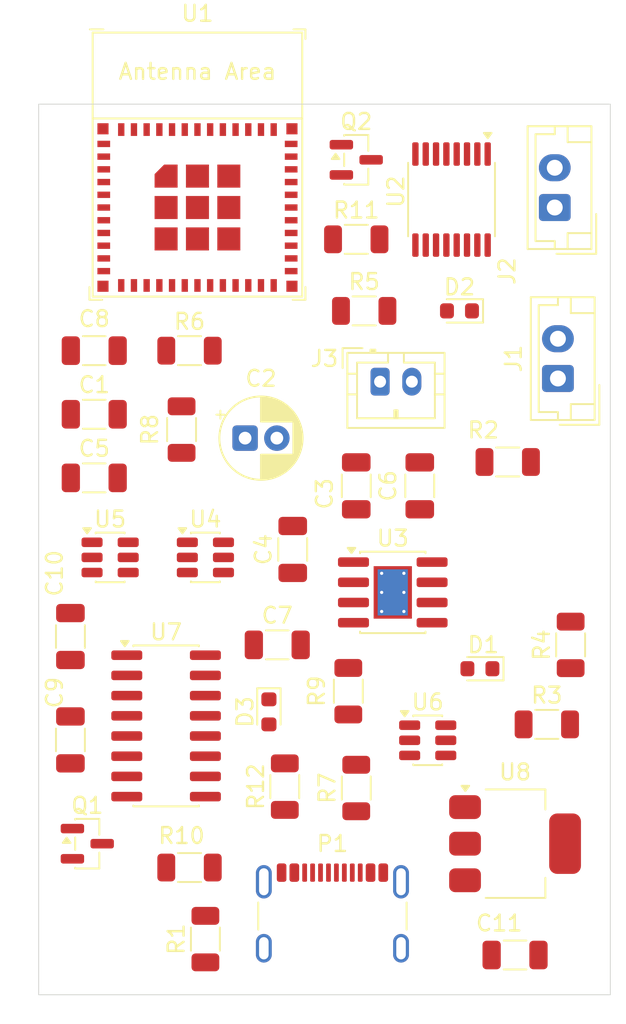
<source format=kicad_pcb>
(kicad_pcb (version 20241229) (generator "pcbnew") (generator_version "9.0")
  (layers (0 "F.Cu" signal) (2 "B.Cu" signal) (13 "F.Paste" user) (15 "B.Paste" user) (5 "F.SilkS" user "F.Silkscreen") (7 "B.SilkS" user "B.Silkscreen") (1 "F.Mask" user) (3 "B.Mask" user) (25 "Edge.Cuts" user))
  (net 0 "")
  (net 1 "GND")
  (net 2 "/power/EN")
  (net 3 "+3.3V")
  (net 4 "Net-(U2-VCP)")
  (net 5 "Net-(U2-VINT)")
  (net 6 "+5V")
  (net 7 "Net-(U5-GND)")
  (net 8 "Net-(U5-VCC)")
  (net 9 "Net-(U7-V3)")
  (net 10 "Net-(D1-K)")
  (net 11 "Net-(D2-K)")
  (net 12 "Net-(D3-A)")
  (net 15 "Net-(P1-D-)")
  (net 16 "Net-(P1-D+)")
  (net 17 "Net-(Q1-E)")
  (net 18 "Net-(Q1-B)")
  (net 19 "Net-(Q2-E)")
  (net 20 "/power/IO0")
  (net 21 "Net-(Q2-B)")
  (net 22 "Net-(U2-AISEN)")
  (net 23 "Net-(U3-~{STDBY})")
  (net 24 "Net-(U3-~{CHRG})")
  (net 25 "Net-(U3-PROG)")
  (net 26 "Net-(U3-TEMP)")
  (net 27 "Net-(U5-CS)")
  (net 29 "Net-(J3-Pin_1)")
  (net 38 "/power/TXD")
  (net 44 "Net-(J1-Pin_1)")
  (net 48 "/motor_driver/SLEEP")
  (net 49 "/power/RXD")
  (net 51 "Net-(J2-Pin_1)")
  (net 55 "/motor_driver/BIN_1_PWM")
  (net 57 "Net-(U4-G2)")
  (net 59 "Net-(U4-G1)")
  (net 62 "Net-(U7-UD+)")
  (net 63 "Net-(U7-UD-)")
  (net 71 "/motor_driver/AN_1_PWM")
  (net 72 "/motor_driver/AN_2_DIR")
  (net 73 "/motor_driver/BIN_2_DIR")
  (net 74 "Net-(J1-Pin_2)")
  (net 75 "Net-(J2-Pin_2)")
  (footprint "Package_SO:TSSOP-16_4.4x5mm_P0.65mm" (layer "F.Cu") (at 196.5 60.5 -90)
    (property "Reference" "U2" (at -0.5 3.5 90) (layer "F.SilkS"))
    (property "Value" "DRV8833PW")
    (pad "1" smd roundrect (at -2.8625 -2.275 270) (size 1.475 0.4) (layers "F.Cu" "F.Mask" "F.Paste") (net 48 "/motor_driver/SLEEP"))
    (pad "2" smd roundrect (at -2.8625 -1.625 270) (size 1.475 0.4) (layers "F.Cu" "F.Mask" "F.Paste") (net 44 "Net-(J1-Pin_1)"))
    (pad "3" smd roundrect (at -2.8625 -0.975 270) (size 1.475 0.4) (layers "F.Cu" "F.Mask" "F.Paste") (net 22 "Net-(U2-AISEN)"))
    (pad "4" smd roundrect (at -2.8625 -0.325 270) (size 1.475 0.4) (layers "F.Cu" "F.Mask" "F.Paste") (net 74 "Net-(J1-Pin_2)"))
    (pad "5" smd roundrect (at -2.8625 0.325 270) (size 1.475 0.4) (layers "F.Cu" "F.Mask" "F.Paste") (net 75 "Net-(J2-Pin_2)"))
    (pad "6" smd roundrect (at -2.8625 0.975 270) (size 1.475 0.4) (layers "F.Cu" "F.Mask" "F.Paste") (net 22 "Net-(U2-AISEN)"))
    (pad "7" smd roundrect (at -2.8625 1.625 270) (size 1.475 0.4) (layers "F.Cu" "F.Mask" "F.Paste") (net 51 "Net-(J2-Pin_1)"))
    (pad "8" smd roundrect (at -2.8625 2.275 270) (size 1.475 0.4) (layers "F.Cu" "F.Mask" "F.Paste"))
    (pad "9" smd roundrect (at 2.8625 2.275 270) (size 1.475 0.4) (layers "F.Cu" "F.Mask" "F.Paste") (net 55 "/motor_driver/BIN_1_PWM"))
    (pad "10" smd roundrect (at 2.8625 1.625 270) (size 1.475 0.4) (layers "F.Cu" "F.Mask" "F.Paste") (net 73 "/motor_driver/BIN_2_DIR"))
    (pad "11" smd roundrect (at 2.8625 0.975 270) (size 1.475 0.4) (layers "F.Cu" "F.Mask" "F.Paste") (net 4 "Net-(U2-VCP)"))
    (pad "12" smd roundrect (at 2.8625 0.325 270) (size 1.475 0.4) (layers "F.Cu" "F.Mask" "F.Paste") (net 3 "+3.3V"))
    (pad "13" smd roundrect (at 2.8625 -0.325 270) (size 1.475 0.4) (layers "F.Cu" "F.Mask" "F.Paste") (net 1 "GND"))
    (pad "14" smd roundrect (at 2.8625 -0.975 270) (size 1.475 0.4) (layers "F.Cu" "F.Mask" "F.Paste") (net 5 "Net-(U2-VINT)"))
    (pad "15" smd roundrect (at 2.8625 -1.625 270) (size 1.475 0.4) (layers "F.Cu" "F.Mask" "F.Paste") (net 72 "/motor_driver/AN_2_DIR"))
    (pad "16" smd roundrect (at 2.8625 -2.275 270) (size 1.475 0.4) (layers "F.Cu" "F.Mask" "F.Paste") (net 71 "/motor_driver/AN_1_PWM"))
  )
  (footprint "Package_TO_SOT_SMD:SOT-23-6" (layer "F.Cu") (at 181 83)
    (property "Reference" "U4" (at 0 -2.4 0) (layer "F.SilkS"))
    (property "Value" "U8205A")
    (pad "1" smd roundrect (at -1.1375 -0.95) (size 1.325 0.6) (layers "F.Cu" "F.Mask" "F.Paste") (net 1 "GND"))
    (pad "2" smd roundrect (at -1.1375 0) (size 1.325 0.6) (layers "F.Cu" "F.Mask" "F.Paste"))
    (pad "3" smd roundrect (at -1.1375 0.95) (size 1.325 0.6) (layers "F.Cu" "F.Mask" "F.Paste") (net 1 "GND"))
    (pad "4" smd roundrect (at 1.1375 0.95) (size 1.325 0.6) (layers "F.Cu" "F.Mask" "F.Paste") (net 57 "Net-(U4-G2)"))
    (pad "5" smd roundrect (at 1.1375 0) (size 1.325 0.6) (layers "F.Cu" "F.Mask" "F.Paste"))
    (pad "6" smd roundrect (at 1.1375 -0.95) (size 1.325 0.6) (layers "F.Cu" "F.Mask" "F.Paste") (net 59 "Net-(U4-G1)"))
  )
  (footprint "Resistor_SMD:R_1206_3216Metric" (layer "F.Cu") (at 190 91.4125 -90)
    (property "Reference" "R9" (at 0 2 270) (layer "F.SilkS"))
    (property "Value" "100")
    (pad "1" smd roundrect (at -1.4625 0 270) (size 1.125 1.75) (layers "F.Cu" "F.Mask" "F.Paste") (roundrect_rratio 0.222222) (net 8 "Net-(U5-VCC)"))
    (pad "2" smd roundrect (at 1.4625 0 270) (size 1.125 1.75) (layers "F.Cu" "F.Mask" "F.Paste") (roundrect_rratio 0.222222) (net 29 "Net-(J3-Pin_1)"))
  )
  (footprint "Diode_SMD:D_0603_1608Metric" (layer "F.Cu") (at 197 67.5 180)
    (property "Reference" "D2" (at 0 1.5 0) (layer "F.SilkS"))
    (property "Value" "RED")
    (pad "1" smd roundrect (at -0.7875 0 180) (size 0.875 0.95) (layers "F.Cu" "F.Mask" "F.Paste") (net 11 "Net-(D2-K)"))
    (pad "2" smd roundrect (at 0.7875 0 180) (size 0.875 0.95) (layers "F.Cu" "F.Mask" "F.Paste") (net 6 "+5V"))
  )
  (footprint "Connector_JST:JST_EH_B2B-EH-A_1x02_P2.50mm_Vertical" (layer "F.Cu") (at 203.2 71.75 90)
    (property "Reference" "J1" (at 1.25 -2.8 90) (layer "F.SilkS"))
    (property "Value" "Conn_01x02")
    (pad "1" thru_hole roundrect (at 0 0 90) (size 1.7 2) (drill 1) (layers "*.Cu" "*.Mask") (roundrect_rratio 0.147059) (net 44 "Net-(J1-Pin_1)"))
    (pad "2" thru_hole oval (at 2.5 0 90) (size 1.7 2) (drill 1) (layers "*.Cu" "*.Mask") (net 74 "Net-(J1-Pin_2)"))
  )
  (footprint "Package_TO_SOT_SMD:SOT-23-6" (layer "F.Cu") (at 195 94.5)
    (property "Reference" "U6" (at 0 -2.4 0) (layer "F.SilkS"))
    (property "Value" "USBLC6-2P6")
    (pad "1" smd roundrect (at -1.1375 -0.95) (size 1.325 0.6) (layers "F.Cu" "F.Mask" "F.Paste") (net 16 "Net-(P1-D+)"))
    (pad "2" smd roundrect (at -1.1375 0) (size 1.325 0.6) (layers "F.Cu" "F.Mask" "F.Paste") (net 1 "GND"))
    (pad "3" smd roundrect (at -1.1375 0.95) (size 1.325 0.6) (layers "F.Cu" "F.Mask" "F.Paste") (net 15 "Net-(P1-D-)"))
    (pad "4" smd roundrect (at 1.1375 0.95) (size 1.325 0.6) (layers "F.Cu" "F.Mask" "F.Paste") (net 63 "Net-(U7-UD-)"))
    (pad "5" smd roundrect (at 1.1375 0) (size 1.325 0.6) (layers "F.Cu" "F.Mask" "F.Paste") (net 6 "+5V"))
    (pad "6" smd roundrect (at 1.1375 -0.95) (size 1.325 0.6) (layers "F.Cu" "F.Mask" "F.Paste") (net 62 "Net-(U7-UD+)"))
  )
  (footprint "Diode_SMD:D_0603_1608Metric" (layer "F.Cu") (at 198.2875 90 180)
    (property "Reference" "D1" (at -0.2125 1.5 0) (layer "F.SilkS"))
    (property "Value" "GREEN")
    (pad "1" smd roundrect (at -0.7875 0 180) (size 0.875 0.95) (layers "F.Cu" "F.Mask" "F.Paste") (net 10 "Net-(D1-K)"))
    (pad "2" smd roundrect (at 0.7875 0 180) (size 0.875 0.95) (layers "F.Cu" "F.Mask" "F.Paste") (net 6 "+5V"))
  )
  (footprint "Package_TO_SOT_SMD:SOT-23" (layer "F.Cu") (at 190.5 58)
    (property "Reference" "Q2" (at 0 -2.4 0) (layer "F.SilkS"))
    (property "Value" "BCW66G")
    (pad "1" smd roundrect (at -0.9375 -0.95) (size 1.475 0.6) (layers "F.Cu" "F.Mask" "F.Paste") (net 20 "/power/IO0"))
    (pad "2" smd roundrect (at -0.9375 0.95) (size 1.475 0.6) (layers "F.Cu" "F.Mask" "F.Paste") (net 21 "Net-(Q2-B)"))
    (pad "3" smd roundrect (at 0.9375 0) (size 1.475 0.6) (layers "F.Cu" "F.Mask" "F.Paste") (net 19 "Net-(Q2-E)"))
  )
  (footprint "Capacitor_THT:CP_Radial_D5.0mm_P2.00mm" (layer "F.Cu") (at 183.5 75.5)
    (property "Reference" "C2" (at 1 -3.75 0) (layer "F.SilkS"))
    (property "Value" "10µF")
    (pad "1" thru_hole roundrect (at 0 0) (size 1.6 1.6) (drill 0.8) (layers "*.Cu" "*.Mask") (roundrect_rratio 0.15625) (net 3 "+3.3V"))
    (pad "2" thru_hole circle (at 2 0) (size 1.6 1.6) (drill 0.8) (layers "*.Cu" "*.Mask") (net 1 "GND"))
  )
  (footprint "Diode_SMD:D_0603_1608Metric" (layer "F.Cu") (at 185 92.7125 -90)
    (property "Reference" "D3" (at 0 1.5 90) (layer "F.SilkS"))
    (property "Value" "LED")
    (pad "1" smd roundrect (at -0.7875 0 270) (size 0.875 0.95) (layers "F.Cu" "F.Mask" "F.Paste") (net 1 "GND"))
    (pad "2" smd roundrect (at 0.7875 0 270) (size 0.875 0.95) (layers "F.Cu" "F.Mask" "F.Paste") (net 12 "Net-(D3-A)"))
  )
  (footprint "Package_TO_SOT_SMD:SOT-23" (layer "F.Cu") (at 173.5625 101)
    (property "Reference" "Q1" (at 0 -2.4 0) (layer "F.SilkS"))
    (property "Value" "BCW66G")
    (pad "1" smd roundrect (at -0.9375 -0.95) (size 1.475 0.6) (layers "F.Cu" "F.Mask" "F.Paste") (net 2 "/power/EN"))
    (pad "2" smd roundrect (at -0.9375 0.95) (size 1.475 0.6) (layers "F.Cu" "F.Mask" "F.Paste") (net 18 "Net-(Q1-B)"))
    (pad "3" smd roundrect (at 0.9375 0) (size 1.475 0.6) (layers "F.Cu" "F.Mask" "F.Paste") (net 17 "Net-(Q1-E)"))
  )
  (footprint "Capacitor_SMD:C_1206_3216Metric" (layer "F.Cu") (at 174 78)
    (property "Reference" "C5" (at 0 -1.85 0) (layer "F.SilkS"))
    (property "Value" "10µF")
    (pad "1" smd roundrect (at -1.475 0) (size 1.15 1.8) (layers "F.Cu" "F.Mask" "F.Paste") (roundrect_rratio 0.217391) (net 6 "+5V"))
    (pad "2" smd roundrect (at 1.475 0) (size 1.15 1.8) (layers "F.Cu" "F.Mask" "F.Paste") (roundrect_rratio 0.217391) (net 1 "GND"))
  )
  (footprint "Package_SO:SOIC-8-1EP_3.9x4.9mm_P1.27mm_EP2.41x3.3mm_ThermalVias" (layer "F.Cu") (at 192.8 85.2)
    (property "Reference" "U3" (at 0 -3.4 0) (layer "F.SilkS"))
    (property "Value" "TP4056-42-ESOP8")
    (pad "1" smd roundrect (at -2.475 -1.905) (size 1.95 0.6) (layers "F.Cu" "F.Mask" "F.Paste") (net 26 "Net-(U3-TEMP)"))
    (pad "2" smd roundrect (at -2.475 -0.635) (size 1.95 0.6) (layers "F.Cu" "F.Mask" "F.Paste") (net 25 "Net-(U3-PROG)"))
    (pad "3" smd roundrect (at -2.475 0.635) (size 1.95 0.6) (layers "F.Cu" "F.Mask" "F.Paste") (net 1 "GND"))
    (pad "4" smd roundrect (at -2.475 1.905) (size 1.95 0.6) (layers "F.Cu" "F.Mask" "F.Paste") (net 6 "+5V"))
    (pad "5" smd roundrect (at 2.475 1.905) (size 1.95 0.6) (layers "F.Cu" "F.Mask" "F.Paste") (net 29 "Net-(J3-Pin_1)"))
    (pad "6" smd roundrect (at 2.475 0.635) (size 1.95 0.6) (layers "F.Cu" "F.Mask" "F.Paste") (net 23 "Net-(U3-~{STDBY})"))
    (pad "7" smd roundrect (at 2.475 -0.635) (size 1.95 0.6) (layers "F.Cu" "F.Mask" "F.Paste") (net 24 "Net-(U3-~{CHRG})"))
    (pad "8" smd roundrect (at 2.475 -1.905) (size 1.95 0.6) (layers "F.Cu" "F.Mask" "F.Paste") (net 6 "+5V"))
    (pad "9" thru_hole circle (at -0.7 -1.2) (size 0.5 0.5) (drill 0.2) (property pad_prop_heatsink) (layers "*.Cu") (net 1 "GND"))
    (pad "9" thru_hole circle (at -0.7 0) (size 0.5 0.5) (drill 0.2) (property pad_prop_heatsink) (layers "*.Cu") (net 1 "GND"))
    (pad "9" thru_hole circle (at -0.7 1.2) (size 0.5 0.5) (drill 0.2) (property pad_prop_heatsink) (layers "*.Cu") (net 1 "GND"))
    (pad "9" smd rect (at 0 0) (size 1.9 2.9) (property pad_prop_heatsink) (layers "B.Cu") (net 1 "GND"))
    (pad "9" smd rect (at 0 0) (size 2.41 3.3) (property pad_prop_heatsink) (layers "F.Cu" "F.Mask") (net 1 "GND"))
    (pad "9" thru_hole circle (at 0.7 -1.2) (size 0.5 0.5) (drill 0.2) (property pad_prop_heatsink) (layers "*.Cu") (net 1 "GND"))
    (pad "9" thru_hole circle (at 0.7 0) (size 0.5 0.5) (drill 0.2) (property pad_prop_heatsink) (layers "*.Cu") (net 1 "GND"))
    (pad "9" thru_hole circle (at 0.7 1.2) (size 0.5 0.5) (drill 0.2) (property pad_prop_heatsink) (layers "*.Cu") (net 1 "GND"))
  )
  (footprint "Capacitor_SMD:C_1206_3216Metric" (layer "F.Cu") (at 172.5 94.475 90)
    (property "Reference" "C9" (at 2.975 -1 90) (layer "F.SilkS"))
    (property "Value" "100nF")
    (pad "1" smd roundrect (at -1.475 0 90) (size 1.15 1.8) (layers "F.Cu" "F.Mask" "F.Paste") (roundrect_rratio 0.217391) (net 9 "Net-(U7-V3)"))
    (pad "2" smd roundrect (at 1.475 0 90) (size 1.15 1.8) (layers "F.Cu" "F.Mask" "F.Paste") (roundrect_rratio 0.217391) (net 1 "GND"))
  )
  (footprint "PCM_Espressif:ESP32-C3-MINI-1" (layer "F.Cu") (at 180.5 58.3)
    (property "Reference" "U1" (at 0 -9.5 0) (layer "F.SilkS"))
    (property "Value" "ESP32-C3-MINI-1")
    (fp_text user "Antenna Area" (at 0 -5.85 0) (layer "F.SilkS"))
    (pad "1" smd rect (at -5.9 -1.3 90) (size 0.4 0.8) (layers "F.Cu" "F.Mask" "F.Paste") (net 1 "GND"))
    (pad "2" smd rect (at -5.9 -0.5 90) (size 0.4 0.8) (layers "F.Cu" "F.Mask" "F.Paste") (net 1 "GND"))
    (pad "3" smd rect (at -5.9 0.3 90) (size 0.4 0.8) (layers "F.Cu" "F.Mask" "F.Paste") (net 3 "+3.3V"))
    (pad "4" smd rect (at -5.9 1.1 90) (size 0.4 0.8) (layers "F.Cu" "F.Mask" "F.Paste"))
    (pad "5" smd rect (at -5.9 1.9 90) (size 0.4 0.8) (layers "F.Cu" "F.Mask" "F.Paste") (net 71 "/motor_driver/AN_1_PWM"))
    (pad "6" smd rect (at -5.9 2.7 90) (size 0.4 0.8) (layers "F.Cu" "F.Mask" "F.Paste") (net 72 "/motor_driver/AN_2_DIR"))
    (pad "7" smd rect (at -5.9 3.5 90) (size 0.4 0.8) (layers "F.Cu" "F.Mask" "F.Paste"))
    (pad "8" smd rect (at -5.9 4.3 90) (size 0.4 0.8) (layers "F.Cu" "F.Mask" "F.Paste") (net 2 "/power/EN"))
    (pad "9" smd rect (at -5.9 5.1 90) (size 0.4 0.8) (layers "F.Cu" "F.Mask" "F.Paste"))
    (pad "10" smd rect (at -5.9 5.9 90) (size 0.4 0.8) (layers "F.Cu" "F.Mask" "F.Paste"))
    (pad "11" smd rect (at -5.9 6.7 90) (size 0.4 0.8) (layers "F.Cu" "F.Mask" "F.Paste") (net 1 "GND"))
    (pad "12" smd rect (at -4.8 7.6) (size 0.4 0.8) (layers "F.Cu" "F.Mask" "F.Paste") (net 20 "/power/IO0"))
    (pad "13" smd rect (at -4 7.6) (size 0.4 0.8) (layers "F.Cu" "F.Mask" "F.Paste"))
    (pad "14" smd rect (at -3.2 7.6) (size 0.4 0.8) (layers "F.Cu" "F.Mask" "F.Paste") (net 1 "GND"))
    (pad "15" smd rect (at -2.4 7.6) (size 0.4 0.8) (layers "F.Cu" "F.Mask" "F.Paste"))
    (pad "16" smd rect (at -1.6 7.6) (size 0.4 0.8) (layers "F.Cu" "F.Mask" "F.Paste"))
    (pad "17" smd rect (at -0.8 7.6) (size 0.4 0.8) (layers "F.Cu" "F.Mask" "F.Paste"))
    (pad "18" smd rect (at 0 7.6) (size 0.4 0.8) (layers "F.Cu" "F.Mask" "F.Paste") (net 55 "/motor_driver/BIN_1_PWM"))
    (pad "19" smd rect (at 0.8 7.6) (size 0.4 0.8) (layers "F.Cu" "F.Mask" "F.Paste") (net 73 "/motor_driver/BIN_2_DIR"))
    (pad "20" smd rect (at 1.6 7.6) (size 0.4 0.8) (layers "F.Cu" "F.Mask" "F.Paste") (net 48 "/motor_driver/SLEEP"))
    (pad "21" smd rect (at 2.4 7.6) (size 0.4 0.8) (layers "F.Cu" "F.Mask" "F.Paste"))
    (pad "22" smd rect (at 3.2 7.6) (size 0.4 0.8) (layers "F.Cu" "F.Mask" "F.Paste"))
    (pad "23" smd rect (at 4 7.6) (size 0.4 0.8) (layers "F.Cu" "F.Mask" "F.Paste"))
    (pad "24" smd rect (at 4.8 7.6) (size 0.4 0.8) (layers "F.Cu" "F.Mask" "F.Paste"))
    (pad "25" smd rect (at 5.9 6.7 90) (size 0.4 0.8) (layers "F.Cu" "F.Mask" "F.Paste"))
    (pad "26" smd rect (at 5.9 5.9 90) (size 0.4 0.8) (layers "F.Cu" "F.Mask" "F.Paste"))
    (pad "27" smd rect (at 5.9 5.1 90) (size 0.4 0.8) (layers "F.Cu" "F.Mask" "F.Paste"))
    (pad "28" smd rect (at 5.9 4.3 90) (size 0.4 0.8) (layers "F.Cu" "F.Mask" "F.Paste"))
    (pad "29" smd rect (at 5.9 3.5 90) (size 0.4 0.8) (layers "F.Cu" "F.Mask" "F.Paste"))
    (pad "30" smd rect (at 5.9 2.7 90) (size 0.4 0.8) (layers "F.Cu" "F.Mask" "F.Paste") (net 38 "/power/TXD"))
    (pad "31" smd rect (at 5.9 1.9 90) (size 0.4 0.8) (layers "F.Cu" "F.Mask" "F.Paste") (net 49 "/power/RXD"))
    (pad "32" smd rect (at 5.9 1.1 90) (size 0.4 0.8) (layers "F.Cu" "F.Mask" "F.Paste"))
    (pad "33" smd rect (at 5.9 0.3 90) (size 0.4 0.8) (layers "F.Cu" "F.Mask" "F.Paste"))
    (pad "34" smd rect (at 5.9 -0.5 90) (size 0.4 0.8) (layers "F.Cu" "F.Mask" "F.Paste"))
    (pad "35" smd rect (at 5.9 -1.3 90) (size 0.4 0.8) (layers "F.Cu" "F.Mask" "F.Paste"))
    (pad "36" smd rect (at 4.8 -2.2) (size 0.4 0.8) (layers "F.Cu" "F.Mask" "F.Paste") (net 1 "GND"))
    (pad "37" smd rect (at 4 -2.2) (size 0.4 0.8) (layers "F.Cu" "F.Mask" "F.Paste") (net 1 "GND"))
    (pad "38" smd rect (at 3.2 -2.2) (size 0.4 0.8) (layers "F.Cu" "F.Mask" "F.Paste") (net 1 "GND"))
    (pad "39" smd rect (at 2.4 -2.2) (size 0.4 0.8) (layers "F.Cu" "F.Mask" "F.Paste") (net 1 "GND"))
    (pad "40" smd rect (at 1.6 -2.2) (size 0.4 0.8) (layers "F.Cu" "F.Mask" "F.Paste") (net 1 "GND"))
    (pad "41" smd rect (at 0.8 -2.2) (size 0.4 0.8) (layers "F.Cu" "F.Mask" "F.Paste") (net 1 "GND"))
    (pad "42" smd rect (at 0 -2.2) (size 0.4 0.8) (layers "F.Cu" "F.Mask" "F.Paste") (net 1 "GND"))
    (pad "43" smd rect (at -0.8 -2.2) (size 0.4 0.8) (layers "F.Cu" "F.Mask" "F.Paste") (net 1 "GND"))
    (pad "44" smd rect (at -1.6 -2.2) (size 0.4 0.8) (layers "F.Cu" "F.Mask" "F.Paste") (net 1 "GND"))
    (pad "45" smd rect (at -2.4 -2.2) (size 0.4 0.8) (layers "F.Cu" "F.Mask" "F.Paste") (net 1 "GND"))
    (pad "46" smd rect (at -3.2 -2.2) (size 0.4 0.8) (layers "F.Cu" "F.Mask" "F.Paste") (net 1 "GND"))
    (pad "47" smd rect (at -4 -2.2) (size 0.4 0.8) (layers "F.Cu" "F.Mask" "F.Paste") (net 1 "GND"))
    (pad "48" smd rect (at -4.8 -2.2) (size 0.4 0.8) (layers "F.Cu" "F.Mask" "F.Paste") (net 1 "GND"))
    (pad "49" smd custom (at -1.975 0.725) (size 0.8 0.8) (layers "F.Cu" "F.Mask" "F.Paste") (net 1 "GND") (options (clearance outline) (anchor rect)) (primitives (gr_poly (pts (xy 0.725 0.725) (xy -0.725 0.725) (xy -0.725 -0.125) (xy -0.125 -0.725) (xy 0.725 -0.725)) (width 0) (fill yes))))
    (pad "49" smd rect (at -1.975 2.7 90) (size 1.45 1.45) (layers "F.Cu" "F.Mask" "F.Paste") (net 1 "GND"))
    (pad "49" smd rect (at -1.975 4.675 90) (size 1.45 1.45) (layers "F.Cu" "F.Mask" "F.Paste") (net 1 "GND"))
    (pad "49" smd rect (at 0 0.725 90) (size 1.45 1.45) (layers "F.Cu" "F.Mask" "F.Paste") (net 1 "GND"))
    (pad "49" smd rect (at 0 2.7 90) (size 1.45 1.45) (layers "F.Cu" "F.Mask" "F.Paste") (net 1 "GND"))
    (pad "49" smd rect (at 0 4.675 90) (size 1.45 1.45) (layers "F.Cu" "F.Mask" "F.Paste") (net 1 "GND"))
    (pad "49" smd rect (at 1.975 0.725 90) (size 1.45 1.45) (layers "F.Cu" "F.Mask" "F.Paste") (net 1 "GND"))
    (pad "49" smd rect (at 1.975 2.7 90) (size 1.45 1.45) (layers "F.Cu" "F.Mask" "F.Paste") (net 1 "GND"))
    (pad "49" smd rect (at 1.975 4.675 90) (size 1.45 1.45) (layers "F.Cu" "F.Mask" "F.Paste") (net 1 "GND"))
    (pad "50" smd rect (at 5.95 -2.25 90) (size 0.7 0.7) (layers "F.Cu" "F.Mask" "F.Paste") (net 1 "GND"))
    (pad "51" smd rect (at 5.95 7.65 90) (size 0.7 0.7) (layers "F.Cu" "F.Mask" "F.Paste") (net 1 "GND"))
    (pad "52" smd rect (at -5.95 7.65 90) (size 0.7 0.7) (layers "F.Cu" "F.Mask" "F.Paste") (net 1 "GND"))
    (pad "53" smd rect (at -5.95 -2.25 90) (size 0.7 0.7) (layers "F.Cu" "F.Mask" "F.Paste") (net 1 "GND"))
  )
  (footprint "Connector_USB:USB_C_Receptacle_GCT_USB4105-xx-A_16P_TopMnt_Horizontal" (layer "F.Cu") (at 189 106.5)
    (property "Reference" "P1" (at 0 -5.5 0) (layer "F.SilkS"))
    (property "Value" "USB_C_Plug_USB2.0")
    (pad "" np_thru_hole circle (at -2.89 -2.605) (size 0.65 0.65) (drill 0.65) (layers "*.Cu" "*.Mask"))
    (pad "" np_thru_hole circle (at 2.89 -2.605) (size 0.65 0.65) (drill 0.65) (layers "*.Cu" "*.Mask"))
    (pad "A1" smd roundrect (at -3.2 -3.68) (size 0.6 1.15) (layers "F.Cu" "F.Mask" "F.Paste") (net 1 "GND"))
    (pad "A4" smd roundrect (at -2.4 -3.68) (size 0.6 1.15) (layers "F.Cu" "F.Mask" "F.Paste") (net 6 "+5V"))
    (pad "A5" smd roundrect (at -1.25 -3.68) (size 0.3 1.15) (layers "F.Cu" "F.Mask" "F.Paste"))
    (pad "A6" smd roundrect (at -0.25 -3.68) (size 0.3 1.15) (layers "F.Cu" "F.Mask" "F.Paste") (net 16 "Net-(P1-D+)"))
    (pad "A7" smd roundrect (at 0.25 -3.68) (size 0.3 1.15) (layers "F.Cu" "F.Mask" "F.Paste") (net 15 "Net-(P1-D-)"))
    (pad "A8" smd roundrect (at 1.25 -3.68) (size 0.3 1.15) (layers "F.Cu" "F.Mask" "F.Paste"))
    (pad "A9" smd roundrect (at 2.4 -3.68) (size 0.6 1.15) (layers "F.Cu" "F.Mask" "F.Paste") (net 6 "+5V"))
    (pad "A12" smd roundrect (at 3.2 -3.68) (size 0.6 1.15) (layers "F.Cu" "F.Mask" "F.Paste") (net 1 "GND"))
    (pad "B1" smd roundrect (at 3.2 -3.68) (size 0.6 1.15) (layers "F.Cu" "F.Mask" "F.Paste") (net 1 "GND"))
    (pad "B4" smd roundrect (at 2.4 -3.68) (size 0.6 1.15) (layers "F.Cu" "F.Mask" "F.Paste") (net 6 "+5V"))
    (pad "B5" smd roundrect (at 1.75 -3.68) (size 0.3 1.15) (layers "F.Cu" "F.Mask" "F.Paste"))
    (pad "B6" smd roundrect (at 0.75 -3.68) (size 0.3 1.15) (layers "F.Cu" "F.Mask" "F.Paste"))
    (pad "B7" smd roundrect (at -0.75 -3.68) (size 0.3 1.15) (layers "F.Cu" "F.Mask" "F.Paste"))
    (pad "B8" smd roundrect (at -1.75 -3.68) (size 0.3 1.15) (layers "F.Cu" "F.Mask" "F.Paste"))
    (pad "B9" smd roundrect (at -2.4 -3.68) (size 0.6 1.15) (layers "F.Cu" "F.Mask" "F.Paste") (net 6 "+5V"))
    (pad "B12" smd roundrect (at -3.2 -3.68) (size 0.6 1.15) (layers "F.Cu" "F.Mask" "F.Paste") (net 1 "GND"))
    (pad "S1" thru_hole oval (at -4.32 -3.105) (size 1 2.1) (drill oval 0.6 1.7) (property pad_prop_heatsink) (layers "*.Cu" "*.Mask" "F.Paste") (net 1 "GND"))
    (pad "S1" thru_hole oval (at -4.32 1.075) (size 1 1.8) (drill oval 0.6 1.4) (property pad_prop_heatsink) (layers "*.Cu" "*.Mask" "F.Paste") (net 1 "GND"))
    (pad "S1" thru_hole oval (at 4.32 -3.105) (size 1 2.1) (drill oval 0.6 1.7) (property pad_prop_heatsink) (layers "*.Cu" "*.Mask" "F.Paste") (net 1 "GND"))
    (pad "S1" thru_hole oval (at 4.32 1.075) (size 1 1.8) (drill oval 0.6 1.4) (property pad_prop_heatsink) (layers "*.Cu" "*.Mask" "F.Paste") (net 1 "GND"))
  )
  (footprint "Capacitor_SMD:C_1206_3216Metric" (layer "F.Cu") (at 172.5 87.975 90)
    (property "Reference" "C10" (at 3.975 -1 90) (layer "F.SilkS"))
    (property "Value" "10µF")
    (pad "1" smd roundrect (at -1.475 0 90) (size 1.15 1.8) (layers "F.Cu" "F.Mask" "F.Paste") (roundrect_rratio 0.217391) (net 6 "+5V"))
    (pad "2" smd roundrect (at 1.475 0 90) (size 1.15 1.8) (layers "F.Cu" "F.Mask" "F.Paste") (roundrect_rratio 0.217391) (net 1 "GND"))
  )
  (footprint "Resistor_SMD:R_1206_3216Metric" (layer "F.Cu") (at 190.5 97.5 90)
    (property "Reference" "R7" (at 0 -1.83 90) (layer "F.SilkS"))
    (property "Value" "R")
    (pad "1" smd roundrect (at -1.4625 0 90) (size 1.125 1.75) (layers "F.Cu" "F.Mask" "F.Paste") (roundrect_rratio 0.222222) (net 1 "GND"))
    (pad "2" smd roundrect (at 1.4625 0 90) (size 1.125 1.75) (layers "F.Cu" "F.Mask" "F.Paste") (roundrect_rratio 0.222222) (net 26 "Net-(U3-TEMP)"))
  )
  (footprint "Resistor_SMD:R_1206_3216Metric" (layer "F.Cu") (at 179.5 74.9625 -90)
    (property "Reference" "R8" (at 0 2 270) (layer "F.SilkS"))
    (property "Value" "1K")
    (pad "1" smd roundrect (at -1.4625 0 270) (size 1.125 1.75) (layers "F.Cu" "F.Mask" "F.Paste") (roundrect_rratio 0.222222) (net 1 "GND"))
    (pad "2" smd roundrect (at 1.4625 0 270) (size 1.125 1.75) (layers "F.Cu" "F.Mask" "F.Paste") (roundrect_rratio 0.222222) (net 27 "Net-(U5-CS)"))
  )
  (footprint "Capacitor_SMD:C_1206_3216Metric" (layer "F.Cu") (at 200.5 108 180)
    (property "Reference" "C11" (at 1 2 0) (layer "F.SilkS"))
    (property "Value" "10µF")
    (pad "1" smd roundrect (at -1.475 0 180) (size 1.15 1.8) (layers "F.Cu" "F.Mask" "F.Paste") (roundrect_rratio 0.217391) (net 3 "+3.3V"))
    (pad "2" smd roundrect (at 1.475 0 180) (size 1.15 1.8) (layers "F.Cu" "F.Mask" "F.Paste") (roundrect_rratio 0.217391) (net 1 "GND"))
  )
  (footprint "Resistor_SMD:R_1206_3216Metric" (layer "F.Cu") (at 200.0375 77)
    (property "Reference" "R2" (at -1.5375 -2 0) (layer "F.SilkS"))
    (property "Value" "0,68Ω")
    (pad "1" smd roundrect (at -1.4625 0) (size 1.125 1.75) (layers "F.Cu" "F.Mask" "F.Paste") (roundrect_rratio 0.222222) (net 22 "Net-(U2-AISEN)"))
    (pad "2" smd roundrect (at 1.4625 0) (size 1.125 1.75) (layers "F.Cu" "F.Mask" "F.Paste") (roundrect_rratio 0.222222) (net 1 "GND"))
  )
  (footprint "Capacitor_SMD:C_1206_3216Metric" (layer "F.Cu") (at 186.5 82.5 90)
    (property "Reference" "C4" (at 0 -1.85 90) (layer "F.SilkS"))
    (property "Value" "2,2µF")
    (pad "1" smd roundrect (at -1.475 0 90) (size 1.15 1.8) (layers "F.Cu" "F.Mask" "F.Paste") (roundrect_rratio 0.217391) (net 1 "GND"))
    (pad "2" smd roundrect (at 1.475 0 90) (size 1.15 1.8) (layers "F.Cu" "F.Mask" "F.Paste") (roundrect_rratio 0.217391) (net 5 "Net-(U2-VINT)"))
  )
  (footprint "Capacitor_SMD:C_1206_3216Metric" (layer "F.Cu") (at 174 74)
    (property "Reference" "C1" (at 0 -1.85 0) (layer "F.SilkS"))
    (property "Value" "1µF")
    (pad "1" smd roundrect (at -1.475 0) (size 1.15 1.8) (layers "F.Cu" "F.Mask" "F.Paste") (roundrect_rratio 0.217391) (net 2 "/power/EN"))
    (pad "2" smd roundrect (at 1.475 0) (size 1.15 1.8) (layers "F.Cu" "F.Mask" "F.Paste") (roundrect_rratio 0.217391) (net 1 "GND"))
  )
  (footprint "Package_TO_SOT_SMD:SOT-223-3_TabPin2" (layer "F.Cu") (at 200.5 101)
    (property "Reference" "U8" (at 0 -4.5 0) (layer "F.SilkS"))
    (property "Value" "AMS1117-3.3")
    (pad "1" smd roundrect (at -3.15 -2.3) (size 2 1.5) (layers "F.Cu" "F.Mask" "F.Paste") (net 1 "GND"))
    (pad "2" smd roundrect (at -3.15 0) (size 2 1.5) (layers "F.Cu" "F.Mask" "F.Paste") (net 3 "+3.3V"))
    (pad "2" smd roundrect (at 3.15 0) (size 2 3.8) (layers "F.Cu" "F.Mask" "F.Paste") (net 3 "+3.3V"))
    (pad "3" smd roundrect (at -3.15 2.3) (size 2 1.5) (layers "F.Cu" "F.Mask" "F.Paste") (net 6 "+5V"))
  )
  (footprint "Capacitor_SMD:C_1206_3216Metric" (layer "F.Cu") (at 174 70 180)
    (property "Reference" "C8" (at 0 2 0) (layer "F.SilkS"))
    (property "Value" "100nF")
    (pad "1" smd roundrect (at -1.475 0 180) (size 1.15 1.8) (layers "F.Cu" "F.Mask" "F.Paste") (roundrect_rratio 0.217391) (net 1 "GND"))
    (pad "2" smd roundrect (at 1.475 0 180) (size 1.15 1.8) (layers "F.Cu" "F.Mask" "F.Paste") (roundrect_rratio 0.217391) (net 6 "+5V"))
  )
  (footprint "MountingHole:MountingHole_2.5mm" (layer "F.Cu") (at 200.5 82.5)
    (property "Reference" "H1" (hide yes))
    (property "Value" "MountingHole_Pad")
    (pad "" np_thru_hole circle (at 0 0) (size 2.5 2.5) (drill 2.5) (layers "*.Cu" "*.Mask"))
  )
  (footprint "Capacitor_SMD:C_1206_3216Metric" (layer "F.Cu") (at 194.5 78.5 90)
    (property "Reference" "C6" (at 0 -2 90) (layer "F.SilkS"))
    (property "Value" "10µF")
    (pad "1" smd roundrect (at -1.475 0 90) (size 1.15 1.8) (layers "F.Cu" "F.Mask" "F.Paste") (roundrect_rratio 0.217391) (net 29 "Net-(J3-Pin_1)"))
    (pad "2" smd roundrect (at 1.475 0 90) (size 1.15 1.8) (layers "F.Cu" "F.Mask" "F.Paste") (roundrect_rratio 0.217391) (net 1 "GND"))
  )
  (footprint "Resistor_SMD:R_1206_3216Metric" (layer "F.Cu") (at 190.5 63)
    (property "Reference" "R11" (at 0 -1.83 0) (layer "F.SilkS"))
    (property "Value" "10K")
    (pad "1" smd roundrect (at -1.4625 0) (size 1.125 1.75) (layers "F.Cu" "F.Mask" "F.Paste") (roundrect_rratio 0.222222) (net 17 "Net-(Q1-E)"))
    (pad "2" smd roundrect (at 1.4625 0) (size 1.125 1.75) (layers "F.Cu" "F.Mask" "F.Paste") (roundrect_rratio 0.222222) (net 21 "Net-(Q2-B)"))
  )
  (footprint "Connector_JST:JST_EH_B2B-EH-A_1x02_P2.50mm_Vertical" (layer "F.Cu") (at 203 61 90)
    (property "Reference" "J2" (at -4 -3 90) (layer "F.SilkS"))
    (property "Value" "Conn_01x02")
    (pad "1" thru_hole roundrect (at 0 0 90) (size 1.7 2) (drill 1) (layers "*.Cu" "*.Mask") (roundrect_rratio 0.147059) (net 51 "Net-(J2-Pin_1)"))
    (pad "2" thru_hole oval (at 2.5 0 90) (size 1.7 2) (drill 1) (layers "*.Cu" "*.Mask") (net 75 "Net-(J2-Pin_2)"))
  )
  (footprint "Resistor_SMD:R_1206_3216Metric" (layer "F.Cu") (at 186 97.4125 90)
    (property "Reference" "R12" (at 0 -1.83 90) (layer "F.SilkS"))
    (property "Value" "2K")
    (pad "1" smd roundrect (at -1.4625 0 90) (size 1.125 1.75) (layers "F.Cu" "F.Mask" "F.Paste") (roundrect_rratio 0.222222) (net 6 "+5V"))
    (pad "2" smd roundrect (at 1.4625 0 90) (size 1.125 1.75) (layers "F.Cu" "F.Mask" "F.Paste") (roundrect_rratio 0.222222) (net 12 "Net-(D3-A)"))
  )
  (footprint "Resistor_SMD:R_1206_3216Metric" (layer "F.Cu") (at 202.5 93.5)
    (property "Reference" "R3" (at 0 -1.83 0) (layer "F.SilkS"))
    (property "Value" "1K")
    (pad "1" smd roundrect (at -1.4625 0) (size 1.125 1.75) (layers "F.Cu" "F.Mask" "F.Paste") (roundrect_rratio 0.222222) (net 23 "Net-(U3-~{STDBY})"))
    (pad "2" smd roundrect (at 1.4625 0) (size 1.125 1.75) (layers "F.Cu" "F.Mask" "F.Paste") (roundrect_rratio 0.222222) (net 10 "Net-(D1-K)"))
  )
  (footprint "Package_TO_SOT_SMD:SOT-23-6" (layer "F.Cu") (at 175 83)
    (property "Reference" "U5" (at 0 -2.4 0) (layer "F.SilkS"))
    (property "Value" "DW01A")
    (pad "1" smd roundrect (at -1.1375 -0.95) (size 1.325 0.6) (layers "F.Cu" "F.Mask" "F.Paste") (net 57 "Net-(U4-G2)"))
    (pad "2" smd roundrect (at -1.1375 0) (size 1.325 0.6) (layers "F.Cu" "F.Mask" "F.Paste") (net 27 "Net-(U5-CS)"))
    (pad "3" smd roundrect (at -1.1375 0.95) (size 1.325 0.6) (layers "F.Cu" "F.Mask" "F.Paste") (net 59 "Net-(U4-G1)"))
    (pad "4" smd roundrect (at 1.1375 0.95) (size 1.325 0.6) (layers "F.Cu" "F.Mask" "F.Paste"))
    (pad "5" smd roundrect (at 1.1375 0) (size 1.325 0.6) (layers "F.Cu" "F.Mask" "F.Paste") (net 8 "Net-(U5-VCC)"))
    (pad "6" smd roundrect (at 1.1375 -0.95) (size 1.325 0.6) (layers "F.Cu" "F.Mask" "F.Paste") (net 7 "Net-(U5-GND)"))
  )
  (footprint "Resistor_SMD:R_1206_3216Metric" (layer "F.Cu") (at 180 70)
    (property "Reference" "R6" (at 0 -1.83 0) (layer "F.SilkS"))
    (property "Value" "R")
    (pad "1" smd roundrect (at -1.4625 0) (size 1.125 1.75) (layers "F.Cu" "F.Mask" "F.Paste") (roundrect_rratio 0.222222) (net 26 "Net-(U3-TEMP)"))
    (pad "2" smd roundrect (at 1.4625 0) (size 1.125 1.75) (layers "F.Cu" "F.Mask" "F.Paste") (roundrect_rratio 0.222222) (net 6 "+5V"))
  )
  (footprint "MountingHole:MountingHole_2.5mm" (layer "F.Cu") (at 175 106)
    (property "Reference" "H2" (hide yes))
    (property "Value" "MountingHole_Pad")
    (pad "" np_thru_hole circle (at 0 0) (size 2.5 2.5) (drill 2.5) (layers "*.Cu" "*.Mask"))
  )
  (footprint "Resistor_SMD:R_1206_3216Metric" (layer "F.Cu") (at 181 107 90)
    (property "Reference" "R1" (at 0 -1.83 90) (layer "F.SilkS"))
    (property "Value" "10K")
    (pad "1" smd roundrect (at -1.4625 0 90) (size 1.125 1.75) (layers "F.Cu" "F.Mask" "F.Paste") (roundrect_rratio 0.222222) (net 2 "/power/EN"))
    (pad "2" smd roundrect (at 1.4625 0 90) (size 1.125 1.75) (layers "F.Cu" "F.Mask" "F.Paste") (roundrect_rratio 0.222222) (net 3 "+3.3V"))
  )
  (footprint "Package_SO:SOIC-16_3.9x9.9mm_P1.27mm" (layer "F.Cu") (at 178.525 93.595)
    (property "Reference" "U7" (at 0 -5.9 0) (layer "F.SilkS"))
    (property "Value" "CH340C")
    (pad "1" smd roundrect (at -2.475 -4.445) (size 1.95 0.6) (layers "F.Cu" "F.Mask" "F.Paste") (net 1 "GND"))
    (pad "2" smd roundrect (at -2.475 -3.175) (size 1.95 0.6) (layers "F.Cu" "F.Mask" "F.Paste") (net 38 "/power/TXD"))
    (pad "3" smd roundrect (at -2.475 -1.905) (size 1.95 0.6) (layers "F.Cu" "F.Mask" "F.Paste") (net 49 "/power/RXD"))
    (pad "4" smd roundrect (at -2.475 -0.635) (size 1.95 0.6) (layers "F.Cu" "F.Mask" "F.Paste") (net 9 "Net-(U7-V3)"))
    (pad "5" smd roundrect (at -2.475 0.635) (size 1.95 0.6) (layers "F.Cu" "F.Mask" "F.Paste") (net 62 "Net-(U7-UD+)"))
    (pad "6" smd roundrect (at -2.475 1.905) (size 1.95 0.6) (layers "F.Cu" "F.Mask" "F.Paste") (net 63 "Net-(U7-UD-)"))
    (pad "7" smd roundrect (at -2.475 3.175) (size 1.95 0.6) (layers "F.Cu" "F.Mask" "F.Paste"))
    (pad "8" smd roundrect (at -2.475 4.445) (size 1.95 0.6) (layers "F.Cu" "F.Mask" "F.Paste"))
    (pad "9" smd roundrect (at 2.475 4.445) (size 1.95 0.6) (layers "F.Cu" "F.Mask" "F.Paste"))
    (pad "10" smd roundrect (at 2.475 3.175) (size 1.95 0.6) (layers "F.Cu" "F.Mask" "F.Paste"))
    (pad "11" smd roundrect (at 2.475 1.905) (size 1.95 0.6) (layers "F.Cu" "F.Mask" "F.Paste"))
    (pad "12" smd roundrect (at 2.475 0.635) (size 1.95 0.6) (layers "F.Cu" "F.Mask" "F.Paste"))
    (pad "13" smd roundrect (at 2.475 -0.635) (size 1.95 0.6) (layers "F.Cu" "F.Mask" "F.Paste") (net 19 "Net-(Q2-E)"))
    (pad "14" smd roundrect (at 2.475 -1.905) (size 1.95 0.6) (layers "F.Cu" "F.Mask" "F.Paste") (net 17 "Net-(Q1-E)"))
    (pad "15" smd roundrect (at 2.475 -3.175) (size 1.95 0.6) (layers "F.Cu" "F.Mask" "F.Paste"))
    (pad "16" smd roundrect (at 2.475 -4.445) (size 1.95 0.6) (layers "F.Cu" "F.Mask" "F.Paste") (net 6 "+5V"))
  )
  (footprint "Capacitor_SMD:C_1206_3216Metric" (layer "F.Cu") (at 185.525 88.5)
    (property "Reference" "C7" (at 0 -1.85 0) (layer "F.SilkS"))
    (property "Value" "100pF")
    (pad "1" smd roundrect (at -1.475 0) (size 1.15 1.8) (layers "F.Cu" "F.Mask" "F.Paste") (roundrect_rratio 0.217391) (net 7 "Net-(U5-GND)"))
    (pad "2" smd roundrect (at 1.475 0) (size 1.15 1.8) (layers "F.Cu" "F.Mask" "F.Paste") (roundrect_rratio 0.217391) (net 8 "Net-(U5-VCC)"))
  )
  (footprint "Resistor_SMD:R_1206_3216Metric" (layer "F.Cu") (at 191 67.5)
    (property "Reference" "R5" (at 0 -1.83 0) (layer "F.SilkS"))
    (property "Value" "1.2K")
    (pad "1" smd roundrect (at -1.4625 0) (size 1.125 1.75) (layers "F.Cu" "F.Mask" "F.Paste") (roundrect_rratio 0.222222) (net 1 "GND"))
    (pad "2" smd roundrect (at 1.4625 0) (size 1.125 1.75) (layers "F.Cu" "F.Mask" "F.Paste") (roundrect_rratio 0.222222) (net 25 "Net-(U3-PROG)"))
  )
  (footprint "Resistor_SMD:R_1206_3216Metric" (layer "F.Cu") (at 204 88.5 90)
    (property "Reference" "R4" (at 0 -1.83 90) (layer "F.SilkS"))
    (property "Value" "1K")
    (pad "1" smd roundrect (at -1.4625 0 90) (size 1.125 1.75) (layers "F.Cu" "F.Mask" "F.Paste") (roundrect_rratio 0.222222) (net 24 "Net-(U3-~{CHRG})"))
    (pad "2" smd roundrect (at 1.4625 0 90) (size 1.125 1.75) (layers "F.Cu" "F.Mask" "F.Paste") (roundrect_rratio 0.222222) (net 11 "Net-(D2-K)"))
  )
  (footprint "Connector_JST:JST_PH_B2B-PH-K_1x02_P2.00mm_Vertical" (layer "F.Cu") (at 192 71.95)
    (property "Reference" "J3" (at -3.5 -1.45 0) (layer "F.SilkS"))
    (property "Value" "Conn_01x02")
    (pad "1" thru_hole roundrect (at 0 0) (size 1.2 1.75) (drill 0.75) (layers "*.Cu" "*.Mask") (roundrect_rratio 0.208333) (net 29 "Net-(J3-Pin_1)"))
    (pad "2" thru_hole oval (at 2 0) (size 1.2 1.75) (drill 0.75) (layers "*.Cu" "*.Mask") (net 1 "GND"))
  )
  (footprint "Capacitor_SMD:C_1206_3216Metric" (layer "F.Cu") (at 190.5 78.5 -90)
    (property "Reference" "C3" (at 0.5 2 90) (layer "F.SilkS"))
    (property "Value" "100pF")
    (pad "1" smd roundrect (at -1.475 0 270) (size 1.15 1.8) (layers "F.Cu" "F.Mask" "F.Paste") (roundrect_rratio 0.217391) (net 3 "+3.3V"))
    (pad "2" smd roundrect (at 1.475 0 270) (size 1.15 1.8) (layers "F.Cu" "F.Mask" "F.Paste") (roundrect_rratio 0.217391) (net 4 "Net-(U2-VCP)"))
  )
  (footprint "Resistor_SMD:R_1206_3216Metric" (layer "F.Cu") (at 180 102.5 180)
    (property "Reference" "R10" (at 0.5 2 0) (layer "F.SilkS"))
    (property "Value" "10K")
    (pad "1" smd roundrect (at -1.4625 0 180) (size 1.125 1.75) (layers "F.Cu" "F.Mask" "F.Paste") (roundrect_rratio 0.222222) (net 19 "Net-(Q2-E)"))
    (pad "2" smd roundrect (at 1.4625 0 180) (size 1.125 1.75) (layers "F.Cu" "F.Mask" "F.Paste") (roundrect_rratio 0.222222) (net 18 "Net-(Q1-B)"))
  )
  (gr_rect (start 170.5 54.5) (end 206.5 110.5) (stroke (width 0.05)) (fill no) (layer "Edge.Cuts"))
)
</source>
